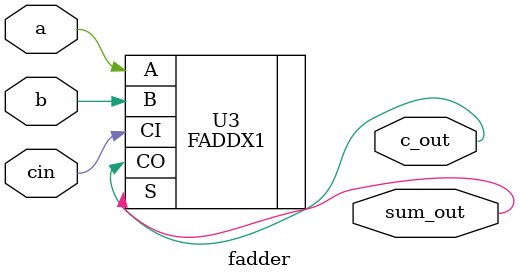
<source format=v>

module fadder ( a, b, cin, sum_out, c_out );
  input a, b, cin;
  output sum_out, c_out;


  FADDX1 U3 ( .A(a), .B(b), .CI(cin), .CO(c_out), .S(sum_out) );
endmodule


</source>
